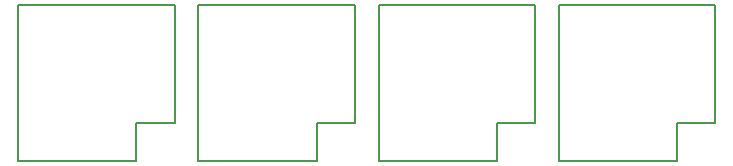
<source format=gbr>
G04 DipTrace 3.0.0.2*
G04 BoardOutlinePanel.gbr*
%MOIN*%
G04 #@! TF.FileFunction,Profile*
G04 #@! TF.Part,Single*
%ADD11C,0.005512*%
%FSLAX26Y26*%
G04*
G70*
G90*
G75*
G01*
G04 BoardOutline*
%LPD*%
X787402Y393701D2*
D11*
Y521654D1*
X915354D1*
Y915354D1*
X393701D1*
Y521654D1*
Y393701D1*
X787402D1*
X1387795D2*
Y521654D1*
X1515748D1*
Y915354D1*
X994094D1*
Y521654D1*
Y393701D1*
X1387795D1*
X1988189D2*
Y521654D1*
X2116142D1*
Y915354D1*
X1594488D1*
Y521654D1*
Y393701D1*
X1988189D1*
X2588583D2*
Y521654D1*
X2716535D1*
Y915354D1*
X2194882D1*
Y521654D1*
Y393701D1*
X2588583D1*
M02*

</source>
